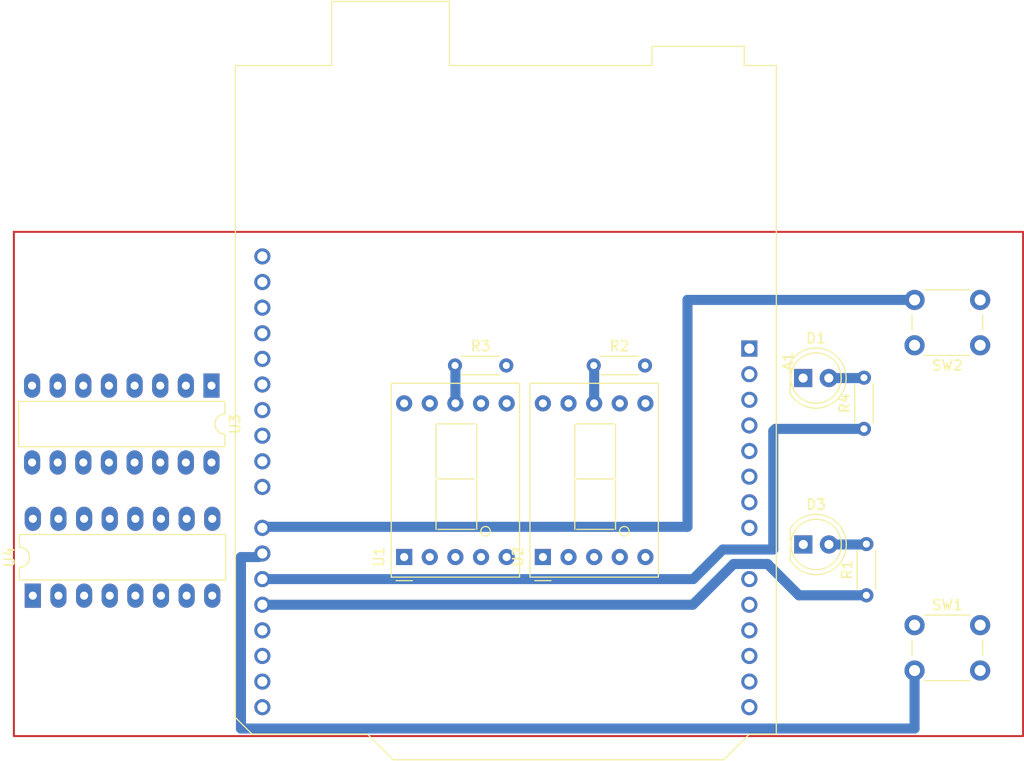
<source format=kicad_pcb>
(kicad_pcb (version 20221018) (generator pcbnew)
  (layers (0 "F.Cu" signal) (31 "B.Cu" signal) (34 "B.Paste" user) (35 "F.Paste" user) (36 "B.SilkS" user "B.Silkscreen") (37 "F.SilkS" user "F.Silkscreen") (38 "B.Mask" user) (39 "F.Mask" user) (44 "Edge.Cuts" user))
  (net 0 "")
  (net 19 "Net-(A1-D4)")
  (net 20 "Net-(A1-D5)")
  (net 21 "Net-(A1-D6)")
  (net 22 "Net-(A1-D7)")
  (net 23 "Net-(A1-D8)")
  (net 26 "Net-(A1-D11)")
  (net 27 "Net-(A1-D12)")
  (net 33 "GND")
  (net 34 "Net-(D1-A)")
  (net 35 "Net-(D3-A)")
  (net 36 "Net-(R2-Pad1)")
  (net 37 "Net-(R3-Pad1)")
  (net 38 "Net-(U1-E)")
  (net 39 "Net-(U1-D)")
  (net 41 "Net-(U1-C)")
  (net 42 "Net-(U1-DP)")
  (net 43 "Net-(U1-B)")
  (net 44 "Net-(U1-A)")
  (net 45 "Net-(U1-F)")
  (net 46 "Net-(U1-G)")
  (net 47 "Net-(U2-E)")
  (net 48 "Net-(U2-D)")
  (net 50 "Net-(U2-C)")
  (net 51 "Net-(U2-DP)")
  (net 52 "Net-(U2-B)")
  (net 53 "Net-(U2-A)")
  (net 54 "Net-(U2-F)")
  (net 55 "Net-(U2-G)")
  (net 57 "+5V")
  (net 58 "Net-(U3-SER)")
  (footprint "LED_THT:LED_D5.0mm" (layer "F.Cu") (at 165.96 71.25)
    (fp_text reference "D1" (at 1.27 -3.96) (layer "F.SilkS"))
    (fp_text value "LED")
    (fp_line (start -1.29 -1.545) (end -1.29 1.545) (stroke (width 0.12)) (layer "F.SilkS"))
    (fp_arc (start -1.29 -1.54483) (mid 2.072002 -2.880433) (end 4.26 0.000462) (stroke (width 0.12)) (layer "F.SilkS"))
    (fp_arc (start 4.26 -0.000462) (mid 2.072002 2.880433) (end -1.29 1.54483) (stroke (width 0.12)) (layer "F.SilkS"))
    (fp_circle (center 1.27 0) (end 3.77 0) (stroke (width 0.12)) (fill none) (layer "F.SilkS"))
    (pad "1" thru_hole rect (at 0 0) (size 1.8 1.8) (drill 0.9) (layers "*.Cu" "*.Mask") (net 33 "GND"))
    (pad "2" thru_hole circle (at 2.54 0) (size 1.8 1.8) (drill 0.9) (layers "*.Cu" "*.Mask") (net 34 "Net-(D1-A)"))
  )
  (footprint "Package_DIP:DIP-16_W7.62mm_LongPads" (layer "F.Cu") (at 89.625 92.825 90)
    (fp_text reference "U4" (at 3.81 -2.33 90) (layer "F.SilkS"))
    (fp_text value "74HC595")
    (fp_line (start 1.56 -1.33) (end 1.56 19.11) (stroke (width 0.12)) (layer "F.SilkS"))
    (fp_line (start 1.56 19.11) (end 6.06 19.11) (stroke (width 0.12)) (layer "F.SilkS"))
    (fp_line (start 2.81 -1.33) (end 1.56 -1.33) (stroke (width 0.12)) (layer "F.SilkS"))
    (fp_line (start 6.06 -1.33) (end 4.81 -1.33) (stroke (width 0.12)) (layer "F.SilkS"))
    (fp_line (start 6.06 19.11) (end 6.06 -1.33) (stroke (width 0.12)) (layer "F.SilkS"))
    (fp_arc (start 4.81 -1.33) (mid 3.81 -0.33) (end 2.81 -1.33) (stroke (width 0.12)) (layer "F.SilkS"))
    (pad "1" thru_hole rect (at 0 0 90) (size 2.4 1.6) (drill 0.8) (layers "*.Cu" "*.Mask") (net 43 "Net-(U1-B)"))
    (pad "2" thru_hole oval (at 0 2.54 90) (size 2.4 1.6) (drill 0.8) (layers "*.Cu" "*.Mask") (net 41 "Net-(U1-C)"))
    (pad "3" thru_hole oval (at 0 5.08 90) (size 2.4 1.6) (drill 0.8) (layers "*.Cu" "*.Mask") (net 39 "Net-(U1-D)"))
    (pad "4" thru_hole oval (at 0 7.62 90) (size 2.4 1.6) (drill 0.8) (layers "*.Cu" "*.Mask") (net 38 "Net-(U1-E)"))
    (pad "5" thru_hole oval (at 0 10.16 90) (size 2.4 1.6) (drill 0.8) (layers "*.Cu" "*.Mask") (net 45 "Net-(U1-F)"))
    (pad "6" thru_hole oval (at 0 12.7 90) (size 2.4 1.6) (drill 0.8) (layers "*.Cu" "*.Mask") (net 46 "Net-(U1-G)"))
    (pad "7" thru_hole oval (at 0 15.24 90) (size 2.4 1.6) (drill 0.8) (layers "*.Cu" "*.Mask") (net 42 "Net-(U1-DP)"))
    (pad "8" thru_hole oval (at 0 17.78 90) (size 2.4 1.6) (drill 0.8) (layers "*.Cu" "*.Mask") (net 33 "GND"))
    (pad "9" thru_hole oval (at 7.62 17.78 90) (size 2.4 1.6) (drill 0.8) (layers "*.Cu" "*.Mask") (net 58 "Net-(U3-SER)"))
    (pad "10" thru_hole oval (at 7.62 15.24 90) (size 2.4 1.6) (drill 0.8) (layers "*.Cu" "*.Mask") (net 27 "Net-(A1-D12)"))
    (pad "11" thru_hole oval (at 7.62 12.7 90) (size 2.4 1.6) (drill 0.8) (layers "*.Cu" "*.Mask") (net 23 "Net-(A1-D8)"))
    (pad "12" thru_hole oval (at 7.62 10.16 90) (size 2.4 1.6) (drill 0.8) (layers "*.Cu" "*.Mask") (net 57 "+5V"))
    (pad "13" thru_hole oval (at 7.62 7.62 90) (size 2.4 1.6) (drill 0.8) (layers "*.Cu" "*.Mask") (net 33 "GND"))
    (pad "14" thru_hole oval (at 7.62 5.08 90) (size 2.4 1.6) (drill 0.8) (layers "*.Cu" "*.Mask") (net 26 "Net-(A1-D11)"))
    (pad "15" thru_hole oval (at 7.62 2.54 90) (size 2.4 1.6) (drill 0.8) (layers "*.Cu" "*.Mask") (net 44 "Net-(U1-A)"))
    (pad "16" thru_hole oval (at 7.62 0 90) (size 2.4 1.6) (drill 0.8) (layers "*.Cu" "*.Mask") (net 57 "+5V"))
  )
  (footprint "LED_THT:LED_D5.0mm" (layer "F.Cu") (at 165.975 87.75)
    (fp_text reference "D3" (at 1.27 -3.96) (layer "F.SilkS"))
    (fp_text value "LED")
    (fp_line (start -1.29 -1.545) (end -1.29 1.545) (stroke (width 0.12)) (layer "F.SilkS"))
    (fp_arc (start -1.29 -1.54483) (mid 2.072002 -2.880433) (end 4.26 0.000462) (stroke (width 0.12)) (layer "F.SilkS"))
    (fp_arc (start 4.26 -0.000462) (mid 2.072002 2.880433) (end -1.29 1.54483) (stroke (width 0.12)) (layer "F.SilkS"))
    (fp_circle (center 1.27 0) (end 3.77 0) (stroke (width 0.12)) (fill none) (layer "F.SilkS"))
    (pad "1" thru_hole rect (at 0 0) (size 1.8 1.8) (drill 0.9) (layers "*.Cu" "*.Mask") (net 33 "GND"))
    (pad "2" thru_hole circle (at 2.54 0) (size 1.8 1.8) (drill 0.9) (layers "*.Cu" "*.Mask") (net 35 "Net-(D3-A)"))
  )
  (footprint "Display_7Segment:D1X8K" (layer "F.Cu") (at 140.17 88.9975 90)
    (fp_text reference "U2" (at 0.03 -2.48 90) (layer "F.SilkS"))
    (fp_text value "D198K")
    (fp_line (start -2.34 -0.8) (end -2.34 0.81) (stroke (width 0.12)) (layer "F.SilkS"))
    (fp_line (start -1.99 -1.28) (end -1.99 11.44) (stroke (width 0.12)) (layer "F.SilkS"))
    (fp_line (start 2.7438 3.3372) (end 2.7438 7.0202) (stroke (width 0.12)) (layer "F.SilkS"))
    (fp_line (start 7.646 3.1594) (end 2.7438 3.1594) (stroke (width 0.12)) (layer "F.SilkS"))
    (fp_line (start 7.646 7.198) (end 2.7438 7.198) (stroke (width 0.12)) (layer "F.SilkS"))
    (fp_line (start 7.7476 3.3372) (end 7.7476 7.0202) (stroke (width 0.12)) (layer "F.SilkS"))
    (fp_line (start 13.1832 3.1594) (end 7.8238 3.1594) (stroke (width 0.12)) (layer "F.SilkS"))
    (fp_line (start 13.1832 7.198) (end 7.8238 7.198) (stroke (width 0.12)) (layer "F.SilkS"))
    (fp_line (start 13.2086 3.3372) (end 13.2086 7.0202) (stroke (width 0.12)) (layer "F.SilkS"))
    (fp_line (start 17.23 -1.28) (end -1.99 -1.28) (stroke (width 0.12)) (layer "F.SilkS"))
    (fp_line (start 17.23 -1.28) (end 17.23 11.44) (stroke (width 0.12)) (layer "F.SilkS"))
    (fp_line (start 17.23 11.44) (end -1.99 11.44) (stroke (width 0.12)) (layer "F.SilkS"))
    (fp_circle (center 2.557533 8.07) (end 2.836933 7.689) (stroke (width 0.12)) (fill none) (layer "F.SilkS"))
    (pad "1" thru_hole rect (at 0 0) (size 1.6 1.6) (drill 0.8) (layers "*.Cu" "*.Mask") (net 47 "Net-(U2-E)"))
    (pad "2" thru_hole circle (at 0 2.54) (size 1.6 1.6) (drill 0.8) (layers "*.Cu" "*.Mask") (net 48 "Net-(U2-D)"))
    (pad "3" thru_hole circle (at 0 5.08) (size 1.6 1.6) (drill 0.8) (layers "*.Cu" "*.Mask"))
    (pad "4" thru_hole circle (at 0 7.62) (size 1.6 1.6) (drill 0.8) (layers "*.Cu" "*.Mask") (net 50 "Net-(U2-C)"))
    (pad "5" thru_hole circle (at 0 10.16) (size 1.6 1.6) (drill 0.8) (layers "*.Cu" "*.Mask") (net 51 "Net-(U2-DP)"))
    (pad "6" thru_hole circle (at 15.24 10.16) (size 1.6 1.6) (drill 0.8) (layers "*.Cu" "*.Mask") (net 52 "Net-(U2-B)"))
    (pad "7" thru_hole circle (at 15.24 7.62) (size 1.6 1.6) (drill 0.8) (layers "*.Cu" "*.Mask") (net 53 "Net-(U2-A)"))
    (pad "8" thru_hole circle (at 15.24 5.08) (size 1.6 1.6) (drill 0.8) (layers "*.Cu" "*.Mask") (net 36 "Net-(R2-Pad1)"))
    (pad "9" thru_hole circle (at 15.24 2.54) (size 1.6 1.6) (drill 0.8) (layers "*.Cu" "*.Mask") (net 54 "Net-(U2-F)"))
    (pad "10" thru_hole circle (at 15.24 0) (size 1.6 1.6) (drill 0.8) (layers "*.Cu" "*.Mask") (net 55 "Net-(U2-G)"))
  )
  (footprint "Resistor_THT:R_Axial_DIN0204_L3.6mm_D1.6mm_P5.08mm_Horizontal" (layer "F.Cu") (at 131.46 70)
    (fp_text reference "R3" (at 2.54 -1.92) (layer "F.SilkS"))
    (fp_text value "R")
    (fp_line (start 0.62 -0.92) (end 4.46 -0.92) (stroke (width 0.12)) (layer "F.SilkS"))
    (fp_line (start 0.62 0.92) (end 4.46 0.92) (stroke (width 0.12)) (layer "F.SilkS"))
    (pad "1" thru_hole circle (at 0 0) (size 1.4 1.4) (drill 0.7) (layers "*.Cu" "*.Mask") (net 37 "Net-(R3-Pad1)"))
    (pad "2" thru_hole oval (at 5.08 0) (size 1.4 1.4) (drill 0.7) (layers "*.Cu" "*.Mask") (net 33 "GND"))
  )
  (footprint "Resistor_THT:R_Axial_DIN0204_L3.6mm_D1.6mm_P5.08mm_Horizontal" (layer "F.Cu") (at 171.985 76.29 90)
    (fp_text reference "R4" (at 2.54 -1.92 90) (layer "F.SilkS"))
    (fp_text value "R")
    (fp_line (start 0.62 -0.92) (end 4.46 -0.92) (stroke (width 0.12)) (layer "F.SilkS"))
    (fp_line (start 0.62 0.92) (end 4.46 0.92) (stroke (width 0.12)) (layer "F.SilkS"))
    (pad "1" thru_hole circle (at 0 0 90) (size 1.4 1.4) (drill 0.7) (layers "*.Cu" "*.Mask") (net 20 "Net-(A1-D5)"))
    (pad "2" thru_hole oval (at 5.08 0 90) (size 1.4 1.4) (drill 0.7) (layers "*.Cu" "*.Mask") (net 34 "Net-(D1-A)"))
  )
  (footprint "Package_DIP:DIP-16_W7.62mm_LongPads" (layer "F.Cu") (at 107.33 72 -90)
    (fp_text reference "U3" (at 3.81 -2.33 90) (layer "F.SilkS"))
    (fp_text value "74HC595")
    (fp_line (start 1.56 -1.33) (end 1.56 19.11) (stroke (width 0.12)) (layer "F.SilkS"))
    (fp_line (start 1.56 19.11) (end 6.06 19.11) (stroke (width 0.12)) (layer "F.SilkS"))
    (fp_line (start 2.81 -1.33) (end 1.56 -1.33) (stroke (width 0.12)) (layer "F.SilkS"))
    (fp_line (start 6.06 -1.33) (end 4.81 -1.33) (stroke (width 0.12)) (layer "F.SilkS"))
    (fp_line (start 6.06 19.11) (end 6.06 -1.33) (stroke (width 0.12)) (layer "F.SilkS"))
    (fp_arc (start 4.81 -1.33) (mid 3.81 -0.33) (end 2.81 -1.33) (stroke (width 0.12)) (layer "F.SilkS"))
    (pad "1" thru_hole rect (at 0 0 270) (size 2.4 1.6) (drill 0.8) (layers "*.Cu" "*.Mask") (net 52 "Net-(U2-B)"))
    (pad "2" thru_hole oval (at 0 2.54 270) (size 2.4 1.6) (drill 0.8) (layers "*.Cu" "*.Mask") (net 50 "Net-(U2-C)"))
    (pad "3" thru_hole oval (at 0 5.08 270) (size 2.4 1.6) (drill 0.8) (layers "*.Cu" "*.Mask") (net 48 "Net-(U2-D)"))
    (pad "4" thru_hole oval (at 0 7.62 270) (size 2.4 1.6) (drill 0.8) (layers "*.Cu" "*.Mask") (net 47 "Net-(U2-E)"))
    (pad "5" thru_hole oval (at 0 10.16 270) (size 2.4 1.6) (drill 0.8) (layers "*.Cu" "*.Mask") (net 54 "Net-(U2-F)"))
    (pad "6" thru_hole oval (at 0 12.7 270) (size 2.4 1.6) (drill 0.8) (layers "*.Cu" "*.Mask") (net 55 "Net-(U2-G)"))
    (pad "7" thru_hole oval (at 0 15.24 270) (size 2.4 1.6) (drill 0.8) (layers "*.Cu" "*.Mask") (net 51 "Net-(U2-DP)"))
    (pad "8" thru_hole oval (at 0 17.78 270) (size 2.4 1.6) (drill 0.8) (layers "*.Cu" "*.Mask") (net 33 "GND"))
    (pad "9" thru_hole oval (at 7.62 17.78 270) (size 2.4 1.6) (drill 0.8) (layers "*.Cu" "*.Mask"))
    (pad "10" thru_hole oval (at 7.62 15.24 270) (size 2.4 1.6) (drill 0.8) (layers "*.Cu" "*.Mask") (net 27 "Net-(A1-D12)"))
    (pad "11" thru_hole oval (at 7.62 12.7 270) (size 2.4 1.6) (drill 0.8) (layers "*.Cu" "*.Mask") (net 23 "Net-(A1-D8)"))
    (pad "12" thru_hole oval (at 7.62 10.16 270) (size 2.4 1.6) (drill 0.8) (layers "*.Cu" "*.Mask") (net 57 "+5V"))
    (pad "13" thru_hole oval (at 7.62 7.62 270) (size 2.4 1.6) (drill 0.8) (layers "*.Cu" "*.Mask") (net 33 "GND"))
    (pad "14" thru_hole oval (at 7.62 5.08 270) (size 2.4 1.6) (drill 0.8) (layers "*.Cu" "*.Mask") (net 58 "Net-(U3-SER)"))
    (pad "15" thru_hole oval (at 7.62 2.54 270) (size 2.4 1.6) (drill 0.8) (layers "*.Cu" "*.Mask") (net 53 "Net-(U2-A)"))
    (pad "16" thru_hole oval (at 7.62 0 270) (size 2.4 1.6) (drill 0.8) (layers "*.Cu" "*.Mask") (net 57 "+5V"))
  )
  (footprint "Button_Switch_THT:SW_PUSH_6mm" (layer "F.Cu") (at 183.5 68 180)
    (fp_text reference "SW2" (at 3.25 -2) (layer "F.SilkS"))
    (fp_text value "SW_Push")
    (fp_line (start -0.25 1.5) (end -0.25 3) (stroke (width 0.12)) (layer "F.SilkS"))
    (fp_line (start 1 5.5) (end 5.5 5.5) (stroke (width 0.12)) (layer "F.SilkS"))
    (fp_line (start 5.5 -1) (end 1 -1) (stroke (width 0.12)) (layer "F.SilkS"))
    (fp_line (start 6.75 3) (end 6.75 1.5) (stroke (width 0.12)) (layer "F.SilkS"))
    (pad "1" thru_hole circle (at 0 0 270) (size 2 2) (drill 1.1) (layers "*.Cu" "*.Mask") (net 33 "GND"))
    (pad "1" thru_hole circle (at 6.5 0 270) (size 2 2) (drill 1.1) (layers "*.Cu" "*.Mask") (net 33 "GND"))
    (pad "2" thru_hole circle (at 0 4.5 270) (size 2 2) (drill 1.1) (layers "*.Cu" "*.Mask") (net 22 "Net-(A1-D7)"))
    (pad "2" thru_hole circle (at 6.5 4.5 270) (size 2 2) (drill 1.1) (layers "*.Cu" "*.Mask") (net 22 "Net-(A1-D7)"))
  )
  (footprint "Button_Switch_THT:SW_PUSH_6mm" (layer "F.Cu") (at 177 95.75)
    (fp_text reference "SW1" (at 3.25 -2) (layer "F.SilkS"))
    (fp_text value "SW_Push")
    (fp_line (start -0.25 1.5) (end -0.25 3) (stroke (width 0.12)) (layer "F.SilkS"))
    (fp_line (start 1 5.5) (end 5.5 5.5) (stroke (width 0.12)) (layer "F.SilkS"))
    (fp_line (start 5.5 -1) (end 1 -1) (stroke (width 0.12)) (layer "F.SilkS"))
    (fp_line (start 6.75 3) (end 6.75 1.5) (stroke (width 0.12)) (layer "F.SilkS"))
    (pad "1" thru_hole circle (at 0 0 90) (size 2 2) (drill 1.1) (layers "*.Cu" "*.Mask") (net 33 "GND"))
    (pad "1" thru_hole circle (at 6.5 0 90) (size 2 2) (drill 1.1) (layers "*.Cu" "*.Mask") (net 33 "GND"))
    (pad "2" thru_hole circle (at 0 4.5 90) (size 2 2) (drill 1.1) (layers "*.Cu" "*.Mask") (net 21 "Net-(A1-D6)"))
    (pad "2" thru_hole circle (at 6.5 4.5 90) (size 2 2) (drill 1.1) (layers "*.Cu" "*.Mask") (net 21 "Net-(A1-D6)"))
  )
  (footprint "Resistor_THT:R_Axial_DIN0204_L3.6mm_D1.6mm_P5.08mm_Horizontal" (layer "F.Cu") (at 145.21 70)
    (fp_text reference "R2" (at 2.54 -1.92) (layer "F.SilkS"))
    (fp_text value "R")
    (fp_line (start 0.62 -0.92) (end 4.46 -0.92) (stroke (width 0.12)) (layer "F.SilkS"))
    (fp_line (start 0.62 0.92) (end 4.46 0.92) (stroke (width 0.12)) (layer "F.SilkS"))
    (pad "1" thru_hole circle (at 0 0) (size 1.4 1.4) (drill 0.7) (layers "*.Cu" "*.Mask") (net 36 "Net-(R2-Pad1)"))
    (pad "2" thru_hole oval (at 5.08 0) (size 1.4 1.4) (drill 0.7) (layers "*.Cu" "*.Mask") (net 33 "GND"))
  )
  (footprint "Module:Arduino_UNO_R3" (layer "F.Cu") (at 160.63 68.325 -90)
    (fp_text reference "A1" (at 1.27 -3.81 90) (layer "F.SilkS"))
    (fp_text value "Arduino_UNO_R3")
    (fp_line (start -34.42 29.72) (end -34.42 41.4) (stroke (width 0.12)) (layer "F.SilkS"))
    (fp_line (start -34.42 41.4) (end -28.07 41.4) (stroke (width 0.12)) (layer "F.SilkS"))
    (fp_line (start -29.97 0.51) (end -29.97 9.65) (stroke (width 0.12)) (layer "F.SilkS"))
    (fp_line (start -29.97 9.65) (end -28.07 9.65) (stroke (width 0.12)) (layer "F.SilkS"))
    (fp_line (start -28.07 -2.67) (end -28.07 0.51) (stroke (width 0.12)) (layer "F.SilkS"))
    (fp_line (start -28.07 0.51) (end -29.97 0.51) (stroke (width 0.12)) (layer "F.SilkS"))
    (fp_line (start -28.07 9.65) (end -28.07 29.72) (stroke (width 0.12)) (layer "F.SilkS"))
    (fp_line (start -28.07 29.72) (end -34.42 29.72) (stroke (width 0.12)) (layer "F.SilkS"))
    (fp_line (start -28.07 41.4) (end -28.07 50.93) (stroke (width 0.12)) (layer "F.SilkS"))
    (fp_line (start -28.07 50.93) (end 36.58 50.93) (stroke (width 0.12)) (layer "F.SilkS"))
    (fp_line (start 36.58 50.93) (end 38.23 49.28) (stroke (width 0.12)) (layer "F.SilkS"))
    (fp_line (start 38.23 -2.67) (end -28.07 -2.67) (stroke (width 0.12)) (layer "F.SilkS"))
    (fp_line (start 38.23 0) (end 38.23 -2.67) (stroke (width 0.12)) (layer "F.SilkS"))
    (fp_line (start 38.23 37.85) (end 40.77 35.31) (stroke (width 0.12)) (layer "F.SilkS"))
    (fp_line (start 38.23 49.28) (end 38.23 37.85) (stroke (width 0.12)) (layer "F.SilkS"))
    (fp_line (start 40.77 2.54) (end 38.23 0) (stroke (width 0.12)) (layer "F.SilkS"))
    (fp_line (start 40.77 35.31) (end 40.77 2.54) (stroke (width 0.12)) (layer "F.SilkS"))
    (pad "1" thru_hole rect (at 0 0) (size 1.6 1.6) (drill 1) (layers "*.Cu" "*.Mask"))
    (pad "2" thru_hole oval (at 2.54 0) (size 1.6 1.6) (drill 1) (layers "*.Cu" "*.Mask"))
    (pad "3" thru_hole oval (at 5.08 0) (size 1.6 1.6) (drill 1) (layers "*.Cu" "*.Mask"))
    (pad "4" thru_hole oval (at 7.62 0) (size 1.6 1.6) (drill 1) (layers "*.Cu" "*.Mask"))
    (pad "5" thru_hole oval (at 10.16 0) (size 1.6 1.6) (drill 1) (layers "*.Cu" "*.Mask"))
    (pad "6" thru_hole oval (at 12.7 0) (size 1.6 1.6) (drill 1) (layers "*.Cu" "*.Mask"))
    (pad "7" thru_hole oval (at 15.24 0) (size 1.6 1.6) (drill 1) (layers "*.Cu" "*.Mask"))
    (pad "8" thru_hole oval (at 17.78 0) (size 1.6 1.6) (drill 1) (layers "*.Cu" "*.Mask"))
    (pad "9" thru_hole oval (at 22.86 0) (size 1.6 1.6) (drill 1) (layers "*.Cu" "*.Mask"))
    (pad "10" thru_hole oval (at 25.4 0) (size 1.6 1.6) (drill 1) (layers "*.Cu" "*.Mask"))
    (pad "11" thru_hole oval (at 27.94 0) (size 1.6 1.6) (drill 1) (layers "*.Cu" "*.Mask"))
    (pad "12" thru_hole oval (at 30.48 0) (size 1.6 1.6) (drill 1) (layers "*.Cu" "*.Mask"))
    (pad "13" thru_hole oval (at 33.02 0) (size 1.6 1.6) (drill 1) (layers "*.Cu" "*.Mask"))
    (pad "14" thru_hole oval (at 35.56 0) (size 1.6 1.6) (drill 1) (layers "*.Cu" "*.Mask"))
    (pad "15" thru_hole oval (at 35.56 48.26) (size 1.6 1.6) (drill 1) (layers "*.Cu" "*.Mask"))
    (pad "16" thru_hole oval (at 33.02 48.26) (size 1.6 1.6) (drill 1) (layers "*.Cu" "*.Mask"))
    (pad "17" thru_hole oval (at 30.48 48.26) (size 1.6 1.6) (drill 1) (layers "*.Cu" "*.Mask"))
    (pad "18" thru_hole oval (at 27.94 48.26) (size 1.6 1.6) (drill 1) (layers "*.Cu" "*.Mask"))
    (pad "19" thru_hole oval (at 25.4 48.26) (size 1.6 1.6) (drill 1) (layers "*.Cu" "*.Mask") (net 19 "Net-(A1-D4)"))
    (pad "20" thru_hole oval (at 22.86 48.26) (size 1.6 1.6) (drill 1) (layers "*.Cu" "*.Mask") (net 20 "Net-(A1-D5)"))
    (pad "21" thru_hole oval (at 20.32 48.26) (size 1.6 1.6) (drill 1) (layers "*.Cu" "*.Mask") (net 21 "Net-(A1-D6)"))
    (pad "22" thru_hole oval (at 17.78 48.26) (size 1.6 1.6) (drill 1) (layers "*.Cu" "*.Mask") (net 22 "Net-(A1-D7)"))
    (pad "23" thru_hole oval (at 13.72 48.26) (size 1.6 1.6) (drill 1) (layers "*.Cu" "*.Mask") (net 23 "Net-(A1-D8)"))
    (pad "24" thru_hole oval (at 11.18 48.26) (size 1.6 1.6) (drill 1) (layers "*.Cu" "*.Mask"))
    (pad "25" thru_hole oval (at 8.64 48.26) (size 1.6 1.6) (drill 1) (layers "*.Cu" "*.Mask"))
    (pad "26" thru_hole oval (at 6.1 48.26) (size 1.6 1.6) (drill 1) (layers "*.Cu" "*.Mask") (net 26 "Net-(A1-D11)"))
    (pad "27" thru_hole oval (at 3.56 48.26) (size 1.6 1.6) (drill 1) (layers "*.Cu" "*.Mask") (net 27 "Net-(A1-D12)"))
    (pad "28" thru_hole oval (at 1.02 48.26) (size 1.6 1.6) (drill 1) (layers "*.Cu" "*.Mask"))
    (pad "29" thru_hole oval (at -1.52 48.26) (size 1.6 1.6) (drill 1) (layers "*.Cu" "*.Mask"))
    (pad "30" thru_hole oval (at -4.06 48.26) (size 1.6 1.6) (drill 1) (layers "*.Cu" "*.Mask"))
    (pad "31" thru_hole oval (at -6.6 48.26) (size 1.6 1.6) (drill 1) (layers "*.Cu" "*.Mask"))
    (pad "32" thru_hole oval (at -9.14 48.26) (size 1.6 1.6) (drill 1) (layers "*.Cu" "*.Mask"))
  )
  (footprint "Display_7Segment:D1X8K" (layer "F.Cu") (at 126.42 88.9975 90)
    (fp_text reference "U1" (at 0.03 -2.48 90) (layer "F.SilkS"))
    (fp_text value "D198K")
    (fp_line (start -2.34 -0.8) (end -2.34 0.81) (stroke (width 0.12)) (layer "F.SilkS"))
    (fp_line (start -1.99 -1.28) (end -1.99 11.44) (stroke (width 0.12)) (layer "F.SilkS"))
    (fp_line (start 2.7438 3.3372) (end 2.7438 7.0202) (stroke (width 0.12)) (layer "F.SilkS"))
    (fp_line (start 7.646 3.1594) (end 2.7438 3.1594) (stroke (width 0.12)) (layer "F.SilkS"))
    (fp_line (start 7.646 7.198) (end 2.7438 7.198) (stroke (width 0.12)) (layer "F.SilkS"))
    (fp_line (start 7.7476 3.3372) (end 7.7476 7.0202) (stroke (width 0.12)) (layer "F.SilkS"))
    (fp_line (start 13.1832 3.1594) (end 7.8238 3.1594) (stroke (width 0.12)) (layer "F.SilkS"))
    (fp_line (start 13.1832 7.198) (end 7.8238 7.198) (stroke (width 0.12)) (layer "F.SilkS"))
    (fp_line (start 13.2086 3.3372) (end 13.2086 7.0202) (stroke (width 0.12)) (layer "F.SilkS"))
    (fp_line (start 17.23 -1.28) (end -1.99 -1.28) (stroke (width 0.12)) (layer "F.SilkS"))
    (fp_line (start 17.23 -1.28) (end 17.23 11.44) (stroke (width 0.12)) (layer "F.SilkS"))
    (fp_line (start 17.23 11.44) (end -1.99 11.44) (stroke (width 0.12)) (layer "F.SilkS"))
    (fp_circle (center 2.557533 8.07) (end 2.836933 7.689) (stroke (width 0.12)) (fill none) (layer "F.SilkS"))
    (pad "1" thru_hole rect (at 0 0) (size 1.6 1.6) (drill 0.8) (layers "*.Cu" "*.Mask") (net 38 "Net-(U1-E)"))
    (pad "2" thru_hole circle (at 0 2.54) (size 1.6 1.6) (drill 0.8) (layers "*.Cu" "*.Mask") (net 39 "Net-(U1-D)"))
    (pad "3" thru_hole circle (at 0 5.08) (size 1.6 1.6) (drill 0.8) (layers "*.Cu" "*.Mask"))
    (pad "4" thru_hole circle (at 0 7.62) (size 1.6 1.6) (drill 0.8) (layers "*.Cu" "*.Mask") (net 41 "Net-(U1-C)"))
    (pad "5" thru_hole circle (at 0 10.16) (size 1.6 1.6) (drill 0.8) (layers "*.Cu" "*.Mask") (net 42 "Net-(U1-DP)"))
    (pad "6" thru_hole circle (at 15.24 10.16) (size 1.6 1.6) (drill 0.8) (layers "*.Cu" "*.Mask") (net 43 "Net-(U1-B)"))
    (pad "7" thru_hole circle (at 15.24 7.62) (size 1.6 1.6) (drill 0.8) (layers "*.Cu" "*.Mask") (net 44 "Net-(U1-A)"))
    (pad "8" thru_hole circle (at 15.24 5.08) (size 1.6 1.6) (drill 0.8) (layers "*.Cu" "*.Mask") (net 37 "Net-(R3-Pad1)"))
    (pad "9" thru_hole circle (at 15.24 2.54) (size 1.6 1.6) (drill 0.8) (layers "*.Cu" "*.Mask") (net 45 "Net-(U1-F)"))
    (pad "10" thru_hole circle (at 15.24 0) (size 1.6 1.6) (drill 0.8) (layers "*.Cu" "*.Mask") (net 46 "Net-(U1-G)"))
  )
  (footprint "Resistor_THT:R_Axial_DIN0204_L3.6mm_D1.6mm_P5.08mm_Horizontal" (layer "F.Cu") (at 172.225 92.79 90)
    (fp_text reference "R1" (at 2.54 -1.92 90) (layer "F.SilkS"))
    (fp_text value "R")
    (fp_line (start 0.62 -0.92) (end 4.46 -0.92) (stroke (width 0.12)) (layer "F.SilkS"))
    (fp_line (start 0.62 0.92) (end 4.46 0.92) (stroke (width 0.12)) (layer "F.SilkS"))
    (pad "1" thru_hole circle (at 0 0 90) (size 1.4 1.4) (drill 0.7) (layers "*.Cu" "*.Mask") (net 19 "Net-(A1-D4)"))
    (pad "2" thru_hole oval (at 5.08 0 90) (size 1.4 1.4) (drill 0.7) (layers "*.Cu" "*.Mask") (net 35 "Net-(D3-A)"))
  )
  (gr_rect (start 187.75 106.75) (end 87.75 56.75) (stroke (width 0.2)) (fill none) (layer "F.Cu"))
  (segment (start 172.225 92.79) (end 165.54 92.79) (width 1) (layer "B.Cu") (net 19))
  (segment (start 165.54 92.79) (end 162.435 89.685) (width 1) (layer "B.Cu") (net 19))
  (segment (start 162.435 89.685) (end 159.065 89.685) (width 1) (layer "B.Cu") (net 19))
  (segment (start 159.065 89.685) (end 155.025 93.725) (width 1) (layer "B.Cu") (net 19))
  (segment (start 155.025 93.725) (end 112.37 93.725) (width 1) (layer "B.Cu") (net 19))
  (segment (start 155.065 91.185) (end 112.37 91.185) (width 1) (layer "B.Cu") (net 20))
  (segment (start 171.985 76.29) (end 163.21 76.29) (width 1) (layer "B.Cu") (net 20))
  (segment (start 163 88.25) (end 158 88.25) (width 1) (layer "B.Cu") (net 20))
  (segment (start 163 76.5) (end 163 88.25) (width 1) (layer "B.Cu") (net 20))
  (segment (start 163.21 76.29) (end 163 76.5) (width 1) (layer "B.Cu") (net 20))
  (segment (start 158 88.25) (end 155.065 91.185) (width 1) (layer "B.Cu") (net 20))
  (segment (start 110.25 106) (end 110.25 89) (width 1) (layer "B.Cu") (net 21))
  (segment (start 177 100.25) (end 177 106) (width 1) (layer "B.Cu") (net 21))
  (segment (start 110.25 89) (end 112.015 89) (width 1) (layer "B.Cu") (net 21))
  (segment (start 112.015 89) (end 112.37 88.645) (width 1) (layer "B.Cu") (net 21))
  (segment (start 177 106) (end 110.25 106) (width 1) (layer "B.Cu") (net 21))
  (segment (start 154.5 63.5) (end 154.5 86) (width 1) (layer "B.Cu") (net 22))
  (segment (start 112.475 86) (end 112.37 86.105) (width 1) (layer "B.Cu") (net 22))
  (segment (start 154.5 86) (end 112.475 86) (width 1) (layer "B.Cu") (net 22))
  (segment (start 177 63.5) (end 154.5 63.5) (width 1) (layer "B.Cu") (net 22))
  (segment (start 171.945 71.25) (end 171.985 71.21) (width 1) (layer "B.Cu") (net 34))
  (segment (start 168.5 71.25) (end 171.945 71.25) (width 1) (layer "B.Cu") (net 34))
  (segment (start 168.515 87.75) (end 172.185 87.75) (width 1) (layer "B.Cu") (net 35))
  (segment (start 172.185 87.75) (end 172.225 87.71) (width 1) (layer "B.Cu") (net 35))
  (segment (start 145.25 70.04) (end 145.21 70) (width 1) (layer "B.Cu") (net 36))
  (segment (start 145.25 73.7575) (end 145.25 70.04) (width 1) (layer "B.Cu") (net 36))
  (segment (start 131.5 73.7575) (end 131.5 70.04) (width 1) (layer "B.Cu") (net 37))
  (segment (start 131.5 70.04) (end 131.46 70) (width 1) (layer "B.Cu") (net 37))
)
</source>
